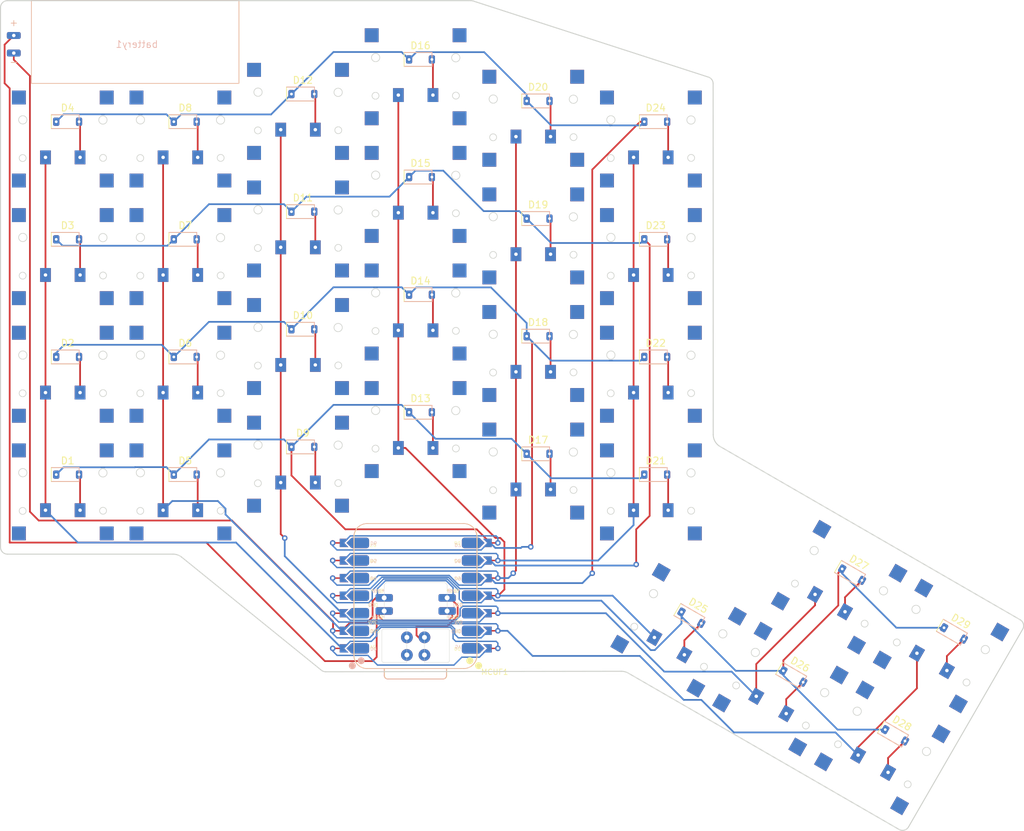
<source format=kicad_pcb>
(kicad_pcb (version 20240108) (generator "pcbnew") (generator_version "8.0")
  (title_block (title "wings") (date "2024-11-05") (rev "0.1") (company "lad1337"))
  (layers (0 "F.Cu" signal) (31 "B.Cu" signal) (34 "B.Paste" user) (35 "F.Paste" user) (36 "B.SilkS" user "B.Silkscreen") (37 "F.SilkS" user "F.Silkscreen") (38 "B.Mask" user) (39 "F.Mask" user) (44 "Edge.Cuts" user))
  (net 0 "")
  (net 1 "P0")
  (net 2 "outer_bottom")
  (net 3 "outer_home")
  (net 4 "outer_top")
  (net 5 "outer_numbers")
  (net 6 "P1")
  (net 7 "pinky_bottom")
  (net 8 "pinky_home")
  (net 9 "pinky_top")
  (net 10 "pinky_numbers")
  (net 11 "P2")
  (net 12 "ring_bottom")
  (net 13 "ring_home")
  (net 14 "ring_top")
  (net 15 "ring_numbers")
  (net 16 "P3")
  (net 17 "middle_bottom")
  (net 18 "middle_home")
  (net 19 "middle_top")
  (net 20 "middle_numbers")
  (net 21 "P4")
  (net 22 "index_bottom")
  (net 23 "index_home")
  (net 24 "index_top")
  (net 25 "index_numbers")
  (net 26 "P5")
  (net 27 "inner_bottom")
  (net 28 "inner_home")
  (net 29 "inner_top")
  (net 30 "inner_numbers")
  (net 31 "near_bottom")
  (net 32 "home_bottom")
  (net 33 "home_top")
  (net 34 "far_bottom")
  (net 35 "far_top")
  (net 36 "P6")
  (net 37 "P7")
  (net 38 "P8")
  (net 39 "P9")
  (net 40 "P10")
  (net 41 "3V3")
  (net 42 "GND")
  (net 43 "5V")
  (net 44 "VIN")
  (net 45 "SWCLK")
  (net 46 "SWDIO")
  (net 47 "RST")
  (footprint "lad1337:D_SOD-123-reversible" (layer "F.Cu") (at 151.7 71.5)
    (property "Reference" "D14")
    (property "Value" "")
  )
  (footprint "vendors:CPG1316S01D02_reversible" (layer "F.Cu") (at 117 83)
    (property "Reference" "S6" (hide yes))
    (property "Value" "" (hide yes))
    (fp_circle (center -5.8 2.75) (end -5.3 2.75) (stroke (width 0.1)) (fill none) (layer "Edge.Cuts"))
    (fp_circle (center -5.781 -2.773) (end -6.381 -2.773) (stroke (width 0.1)) (fill none) (layer "Edge.Cuts"))
    (fp_circle (center 5.8 -2.75) (end 6.4 -2.75) (stroke (width 0.1)) (fill none) (layer "Edge.Cuts"))
    (fp_circle (center 5.819 2.727) (end 5.319 2.727) (stroke (width 0.1)) (fill none) (layer "Edge.Cuts"))
  )
  (footprint "vendors:CPG1316S01D02_reversible" (layer "F.Cu") (at 185 100)
    (property "Reference" "S21" (hide yes))
    (property "Value" "" (hide yes))
    (fp_circle (center -5.8 2.75) (end -5.3 2.75) (stroke (width 0.1)) (fill none) (layer "Edge.Cuts"))
    (fp_circle (center -5.781 -2.773) (end -6.381 -2.773) (stroke (width 0.1)) (fill none) (layer "Edge.Cuts"))
    (fp_circle (center 5.8 -2.75) (end 6.4 -2.75) (stroke (width 0.1)) (fill none) (layer "Edge.Cuts"))
    (fp_circle (center 5.819 2.727) (end 5.319 2.727) (stroke (width 0.1)) (fill none) (layer "Edge.Cuts"))
  )
  (footprint "vendors:CPG1316S01D02_reversible" (layer "F.Cu") (at 151 91)
    (property "Reference" "S13" (hide yes))
    (property "Value" "" (hide yes))
    (fp_circle (center -5.8 2.75) (end -5.3 2.75) (stroke (width 0.1)) (fill none) (layer "Edge.Cuts"))
    (fp_circle (center -5.781 -2.773) (end -6.381 -2.773) (stroke (width 0.1)) (fill none) (layer "Edge.Cuts"))
    (fp_circle (center 5.8 -2.75) (end 6.4 -2.75) (stroke (width 0.1)) (fill none) (layer "Edge.Cuts"))
    (fp_circle (center 5.819 2.727) (end 5.319 2.727) (stroke (width 0.1)) (fill none) (layer "Edge.Cuts"))
  )
  (footprint "lad1337:D_SOD-123-reversible" (layer "F.Cu") (at 168.7 77.5)
    (property "Reference" "D18")
    (property "Value" "")
  )
  (footprint "lad1337:D_SOD-123-reversible" (layer "F.Cu") (at 185.7 80.5)
    (property "Reference" "D22")
    (property "Value" "")
  )
  (footprint "lad1337:D_SOD-123-reversible" (layer "F.Cu") (at 134.7 42.5)
    (property "Reference" "D12")
    (property "Value" "")
  )
  (footprint "vendors:CPG1316S01D02_reversible" (layer "F.Cu") (at 100 83)
    (property "Reference" "S2" (hide yes))
    (property "Value" "" (hide yes))
    (fp_circle (center -5.8 2.75) (end -5.3 2.75) (stroke (width 0.1)) (fill none) (layer "Edge.Cuts"))
    (fp_circle (center -5.781 -2.773) (end -6.381 -2.773) (stroke (width 0.1)) (fill none) (layer "Edge.Cuts"))
    (fp_circle (center 5.8 -2.75) (end 6.4 -2.75) (stroke (width 0.1)) (fill none) (layer "Edge.Cuts"))
    (fp_circle (center 5.819 2.727) (end 5.319 2.727) (stroke (width 0.1)) (fill none) (layer "Edge.Cuts"))
  )
  (footprint "vendors:CPG1316S01D02_reversible" (layer "F.Cu") (at 117 100)
    (property "Reference" "S5" (hide yes))
    (property "Value" "" (hide yes))
    (fp_circle (center -5.8 2.75) (end -5.3 2.75) (stroke (width 0.1)) (fill none) (layer "Edge.Cuts"))
    (fp_circle (center -5.781 -2.773) (end -6.381 -2.773) (stroke (width 0.1)) (fill none) (layer "Edge.Cuts"))
    (fp_circle (center 5.8 -2.75) (end 6.4 -2.75) (stroke (width 0.1)) (fill none) (layer "Edge.Cuts"))
    (fp_circle (center 5.819 2.727) (end 5.319 2.727) (stroke (width 0.1)) (fill none) (layer "Edge.Cuts"))
  )
  (footprint "lad1337:D_SOD-123-reversible" (layer "F.Cu") (at 220.301081 135.184937 -30)
    (property "Reference" "D28")
    (property "Value" "")
  )
  (footprint "lad1337:D_SOD-123-reversible" (layer "F.Cu") (at 134.7 59.5)
    (property "Reference" "D11")
    (property "Value" "")
  )
  (footprint "vendors:CPG1316S01D02_reversible" (layer "F.Cu") (at 100 49)
    (property "Reference" "S4" (hide yes))
    (property "Value" "" (hide yes))
    (fp_circle (center -5.8 2.75) (end -5.3 2.75) (stroke (width 0.1)) (fill none) (layer "Edge.Cuts"))
    (fp_circle (center -5.781 -2.773) (end -6.381 -2.773) (stroke (width 0.1)) (fill none) (layer "Edge.Cuts"))
    (fp_circle (center 5.8 -2.75) (end 6.4 -2.75) (stroke (width 0.1)) (fill none) (layer "Edge.Cuts"))
    (fp_circle (center 5.819 2.727) (end 5.319 2.727) (stroke (width 0.1)) (fill none) (layer "Edge.Cuts"))
  )
  (footprint "vendors:CPG1316S01D02_reversible" (layer "F.Cu") (at 212.222432 113.777568 -30)
    (property "Reference" "S27" (hide yes))
    (property "Value" "" (hide yes))
    (fp_circle (center -5.8 2.75) (end -5.3 2.75) (stroke (width 0.1)) (fill none) (layer "Edge.Cuts"))
    (fp_circle (center -5.781 -2.773) (end -6.381 -2.773) (stroke (width 0.1)) (fill none) (layer "Edge.Cuts"))
    (fp_circle (center 5.819 2.727) (end 5.319 2.727) (stroke (width 0.1)) (fill none) (layer "Edge.Cuts"))
    (fp_circle (center 5.8 -2.75) (end 6.4 -2.75) (stroke (width 0.1)) (fill none) (layer "Edge.Cuts"))
  )
  (footprint "vendors:CPG1316S01D02_reversible" (layer "F.Cu") (at 117 49)
    (property "Reference" "S8" (hide yes))
    (property "Value" "" (hide yes))
    (fp_circle (center -5.8 2.75) (end -5.3 2.75) (stroke (width 0.1)) (fill none) (layer "Edge.Cuts"))
    (fp_circle (center -5.781 -2.773) (end -6.381 -2.773) (stroke (width 0.1)) (fill none) (layer "Edge.Cuts"))
    (fp_circle (center 5.8 -2.75) (end 6.4 -2.75) (stroke (width 0.1)) (fill none) (layer "Edge.Cuts"))
    (fp_circle (center 5.819 2.727) (end 5.319 2.727) (stroke (width 0.1)) (fill none) (layer "Edge.Cuts"))
  )
  (footprint "vendors:CPG1316S01D02_reversible" (layer "F.Cu") (at 100 100)
    (property "Reference" "S1" (hide yes))
    (property "Value" "" (hide yes))
    (fp_circle (center -5.8 2.75) (end -5.3 2.75) (stroke (width 0.1)) (fill none) (layer "Edge.Cuts"))
    (fp_circle (center -5.781 -2.773) (end -6.381 -2.773) (stroke (width 0.1)) (fill none) (layer "Edge.Cuts"))
    (fp_circle (center 5.8 -2.75) (end 6.4 -2.75) (stroke (width 0.1)) (fill none) (layer "Edge.Cuts"))
    (fp_circle (center 5.819 2.727) (end 5.319 2.727) (stroke (width 0.1)) (fill none) (layer "Edge.Cuts"))
  )
  (footprint "lad1337:D_SOD-123-reversible" (layer "F.Cu") (at 168.7 43.5)
    (property "Reference" "D20")
    (property "Value" "")
  )
  (footprint "vendors:CPG1316S01D02_reversible" (layer "F.Cu") (at 203.722432 128.5 -30)
    (property "Reference" "S26" (hide yes))
    (property "Value" "" (hide yes))
    (fp_circle (center -5.8 2.75) (end -5.3 2.75) (stroke (width 0.1)) (fill none) (layer "Edge.Cuts"))
    (fp_circle (center -5.781 -2.773) (end -6.381 -2.773) (stroke (width 0.1)) (fill none) (layer "Edge.Cuts"))
    (fp_circle (center 5.819 2.727) (end 5.319 2.727) (stroke (width 0.1)) (fill none) (layer "Edge.Cuts"))
    (fp_circle (center 5.8 -2.75) (end 6.4 -2.75) (stroke (width 0.1)) (fill none) (layer "Edge.Cuts"))
  )
  (footprint "lad1337:D_SOD-123-reversible" (layer "F.Cu") (at 100.7 63.5)
    (property "Reference" "D3")
    (property "Value" "")
  )
  (footprint "lad1337:D_SOD-123-reversible" (layer "F.Cu") (at 185.7 97.5)
    (property "Reference" "D21")
    (property "Value" "")
  )
  (footprint "vendors:CPG1316S01D02_reversible" (layer "F.Cu") (at 168 97)
    (property "Reference" "S17" (hide yes))
    (property "Value" "" (hide yes))
    (fp_circle (center -5.8 2.75) (end -5.3 2.75) (stroke (width 0.1)) (fill none) (layer "Edge.Cuts"))
    (fp_circle (center -5.781 -2.773) (end -6.381 -2.773) (stroke (width 0.1)) (fill none) (layer "Edge.Cuts"))
    (fp_circle (center 5.8 -2.75) (end 6.4 -2.75) (stroke (width 0.1)) (fill none) (layer "Edge.Cuts"))
    (fp_circle (center 5.819 2.727) (end 5.319 2.727) (stroke (width 0.1)) (fill none) (layer "Edge.Cuts"))
  )
  (footprint "lad1337:D_SOD-123-reversible" (layer "F.Cu") (at 100.7 80.5)
    (property "Reference" "D2")
    (property "Value" "")
  )
  (footprint "lad1337:D_SOD-123-reversible" (layer "F.Cu") (at 134.7 76.5)
    (property "Reference" "D10")
    (property "Value" "")
  )
  (footprint "vendors:CPG1316S01D02_reversible" (layer "F.Cu") (at 185 66)
    (property "Reference" "S23" (hide yes))
    (property "Value" "" (hide yes))
    (fp_circle (center -5.8 2.75) (end -5.3 2.75) (stroke (width 0.1)) (fill none) (layer "Edge.Cuts"))
    (fp_circle (center -5.781 -2.773) (end -6.381 -2.773) (stroke (width 0.1)) (fill none) (layer "Edge.Cuts"))
    (fp_circle (center 5.8 -2.75) (end 6.4 -2.75) (stroke (width 0.1)) (fill none) (layer "Edge.Cuts"))
    (fp_circle (center 5.819 2.727) (end 5.319 2.727) (stroke (width 0.1)) (fill none) (layer "Edge.Cuts"))
  )
  (footprint "vendors:CPG1316S01D02_reversible" (layer "F.Cu") (at 134 62)
    (property "Reference" "S11" (hide yes))
    (property "Value" "" (hide yes))
    (fp_circle (center -5.8 2.75) (end -5.3 2.75) (stroke (width 0.1)) (fill none) (layer "Edge.Cuts"))
    (fp_circle (center -5.781 -2.773) (end -6.381 -2.773) (stroke (width 0.1)) (fill none) (layer "Edge.Cuts"))
    (fp_circle (center 5.8 -2.75) (end 6.4 -2.75) (stroke (width 0.1)) (fill none) (layer "Edge.Cuts"))
    (fp_circle (center 5.819 2.727) (end 5.319 2.727) (stroke (width 0.1)) (fill none) (layer "Edge.Cuts"))
  )
  (footprint "vendors:CPG1316S01D02_reversible" (layer "F.Cu") (at 168 63)
    (property "Reference" "S19" (hide yes))
    (property "Value" "" (hide yes))
    (fp_circle (center -5.8 2.75) (end -5.3 2.75) (stroke (width 0.1)) (fill none) (layer "Edge.Cuts"))
    (fp_circle (center -5.781 -2.773) (end -6.381 -2.773) (stroke (width 0.1)) (fill none) (layer "Edge.Cuts"))
    (fp_circle (center 5.8 -2.75) (end 6.4 -2.75) (stroke (width 0.1)) (fill none) (layer "Edge.Cuts"))
    (fp_circle (center 5.819 2.727) (end 5.319 2.727) (stroke (width 0.1)) (fill none) (layer "Edge.Cuts"))
  )
  (footprint "vendors:CPG1316S01D02_reversible" (layer "F.Cu") (at 168 46)
    (property "Reference" "S20" (hide yes))
    (property "Value" "" (hide yes))
    (fp_circle (center -5.8 2.75) (end -5.3 2.75) (stroke (width 0.1)) (fill none) (layer "Edge.Cuts"))
    (fp_circle (center -5.781 -2.773) (end -6.381 -2.773) (stroke (width 0.1)) (fill none) (layer "Edge.Cuts"))
    (fp_circle (center 5.8 -2.75) (end 6.4 -2.75) (stroke (width 0.1)) (fill none) (layer "Edge.Cuts"))
    (fp_circle (center 5.819 2.727) (end 5.319 2.727) (stroke (width 0.1)) (fill none) (layer "Edge.Cuts"))
  )
  (footprint "lad1337:D_SOD-123-reversible" (layer "F.Cu") (at 134.7 93.5)
    (property "Reference" "D9")
    (property "Value" "")
  )
  (footprint "lad1337:D_SOD-123-reversible" (layer "F.Cu") (at 168.7 60.5)
    (property "Reference" "D19")
    (property "Value" "")
  )
  (footprint "vendors:CPG1316S01D02_reversible" (layer "F.Cu") (at 134 45)
    (property "Reference" "S12" (hide yes))
    (property "Value" "" (hide yes))
    (fp_circle (center -5.8 2.75) (end -5.3 2.75) (stroke (width 0.1)) (fill none) (layer "Edge.Cuts"))
    (fp_circle (center -5.781 -2.773) (end -6.381 -2.773) (stroke (width 0.1)) (fill none) (layer "Edge.Cuts"))
    (fp_circle (center 5.8 -2.75) (end 6.4 -2.75) (stroke (width 0.1)) (fill none) (layer "Edge.Cuts"))
    (fp_circle (center 5.819 2.727) (end 5.319 2.727) (stroke (width 0.1)) (fill none) (layer "Edge.Cuts"))
  )
  (footprint "lad1337:D_SOD-123-reversible" (layer "F.Cu") (at 168.7 94.5)
    (property "Reference" "D17")
    (property "Value" "")
  )
  (footprint "lad1337:XIAO-nRF52840-SMD-reversible" (layer "F.Cu") (at 151 115 180)
    (property "Reference" "MCUF1")
    (property "Value" "")
    (fp_line (start 4.876 -9.398) (end 4.876 -5.08) (stroke (width 0.05)) (layer "Edge.Cuts"))
    (fp_line (start 4.55 -3.302) (end 4.55 1.6) (stroke (width 0.05)) (layer "Edge.Cuts"))
    (fp_line (start 4.55 -3.302) (end -4.55 -3.302) (stroke (width 0.05)) (layer "Edge.Cuts"))
    (fp_line (start 4.241 1.905) (end 4.55 1.6) (stroke (width 0.05)) (layer "Edge.Cuts"))
    (fp_line (start 1.2692 -4.826) (end 4.622 -4.826) (stroke (width 0.05)) (layer "Edge.Cuts"))
    (fp_line (start 1.2692 -9.652) (end 4.622 -9.652) (stroke (width 0.05)) (layer "Edge.Cuts"))
    (fp_line (start 1.2692 -9.652) (end 1.2692 -4.826) (stroke (width 0.05)) (layer "Edge.Cuts"))
    (fp_line (start -1.2708 -4.826) (end -4.6236 -4.826) (stroke (width 0.05)) (layer "Edge.Cuts"))
    (fp_line (start -1.2708 -9.652) (end -1.2708 -4.826) (stroke (width 0.05)) (layer "Edge.Cuts"))
    (fp_line (start -1.2708 -9.652) (end -4.6236 -9.652) (stroke (width 0.05)) (layer "Edge.Cuts"))
    (fp_line (start -4.241 1.905) (end 4.241 1.905) (stroke (width 0.05)) (layer "Edge.Cuts"))
    (fp_line (start -4.241 1.905) (end -4.55 1.6) (stroke (width 0.05)) (layer "Edge.Cuts"))
    (fp_line (start -4.55 -3.302) (end -4.55 1.6) (stroke (width 0.05)) (layer "Edge.Cuts"))
    (fp_line (start -4.8776 -9.398) (end -4.8776 -5.08) (stroke (width 0.05)) (layer "Edge.Cuts"))
    (fp_arc (start 4.876 -5.08) (mid 4.801605 -4.900395) (end 4.622 -4.826) (stroke (width 0.05)) (layer "Edge.Cuts"))
    (fp_arc (start 4.622 -9.652) (mid 4.801605 -9.577605) (end 4.876 -9.398) (stroke (width 0.05)) (layer "Edge.Cuts"))
    (fp_arc (start -4.6236 -4.826) (mid -4.803205 -4.900395) (end -4.8776 -5.08) (stroke (width 0.05)) (layer "Edge.Cuts"))
    (fp_arc (start -4.8776 -9.398) (mid -4.803205 -9.577605) (end -4.6236 -9.652) (stroke (width 0.05)) (layer "Edge.Cuts"))
  )
  (footprint "vendors:CPG1316S01D02_reversible" (layer "F.Cu") (at 185 83)
    (property "Reference" "S22" (hide yes))
    (property "Value" "" (hide yes))
    (fp_circle (center -5.8 2.75) (end -5.3 2.75) (stroke (width 0.1)) (fill none) (layer "Edge.Cuts"))
    (fp_circle (center -5.781 -2.773) (end -6.381 -2.773) (stroke (width 0.1)) (fill none) (layer "Edge.Cuts"))
    (fp_circle (center 5.8 -2.75) (end 6.4 -2.75) (stroke (width 0.1)) (fill none) (layer "Edge.Cuts"))
    (fp_circle (center 5.819 2.727) (end 5.319 2.727) (stroke (width 0.1)) (fill none) (layer "Edge.Cuts"))
  )
  (footprint "vendors:CPG1316S01D02_reversible" (layer "F.Cu") (at 151 74)
    (property "Reference" "S14" (hide yes))
    (property "Value" "" (hide yes))
    (fp_circle (center -5.8 2.75) (end -5.3 2.75) (stroke (width 0.1)) (fill none) (layer "Edge.Cuts"))
    (fp_circle (center -5.781 -2.773) (end -6.381 -2.773) (stroke (width 0.1)) (fill none) (layer "Edge.Cuts"))
    (fp_circle (center 5.8 -2.75) (end 6.4 -2.75) (stroke (width 0.1)) (fill none) (layer "Edge.Cuts"))
    (fp_circle (center 5.819 2.727) (end 5.319 2.727) (stroke (width 0.1)) (fill none) (layer "Edge.Cuts"))
  )
  (footprint "vendors:CPG1316S01D02_reversible" (layer "F.Cu") (at 100 66)
    (property "Reference" "S3" (hide yes))
    (property "Value" "" (hide yes))
    (fp_circle (center -5.8 2.75) (end -5.3 2.75) (stroke (width 0.1)) (fill none) (layer "Edge.Cuts"))
    (fp_circle (center -5.781 -2.773) (end -6.381 -2.773) (stroke (width 0.1)) (fill none) (layer "Edge.Cuts"))
    (fp_circle (center 5.8 -2.75) (end 6.4 -2.75) (stroke (width 0.1)) (fill none) (layer "Edge.Cuts"))
    (fp_circle (center 5.819 2.727) (end 5.319 2.727) (stroke (width 0.1)) (fill none) (layer "Edge.Cuts"))
  )
  (footprint "lad1337:D_SOD-123-reversible" (layer "F.Cu") (at 228.801081 120.462505 -30)
    (property "Reference" "D29")
    (property "Value" "")
  )
  (footprint "vendors:CPG1316S01D02_reversible" (layer "F.Cu") (at 151 40)
    (property "Reference" "S16" (hide yes))
    (property "Value" "" (hide yes))
    (fp_circle (center -5.8 2.75) (end -5.3 2.75) (stroke (width 0.1)) (fill none) (layer "Edge.Cuts"))
    (fp_circle (center -5.781 -2.773) (end -6.381 -2.773) (stroke (width 0.1)) (fill none) (layer "Edge.Cuts"))
    (fp_circle (center 5.8 -2.75) (end 6.4 -2.75) (stroke (width 0.1)) (fill none) (layer "Edge.Cuts"))
    (fp_circle (center 5.819 2.727) (end 5.319 2.727) (stroke (width 0.1)) (fill none) (layer "Edge.Cuts"))
  )
  (footprint "lad1337:D_SOD-123-reversible" (layer "F.Cu") (at 117.7 80.5)
    (property "Reference" "D6")
    (property "Value" "")
  )
  (footprint "vendors:CPG1316S01D02_reversible" (layer "F.Cu") (at 189 120 -30)
    (property "Reference" "S25" (hide yes))
    (property "Value" "" (hide yes))
    (fp_circle (center -5.8 2.75) (end -5.3 2.75) (stroke (width 0.1)) (fill none) (layer "Edge.Cuts"))
    (fp_circle (center -5.781 -2.773) (end -6.381 -2.773) (stroke (width 0.1)) (fill none) (layer "Edge.Cuts"))
    (fp_circle (center 5.819 2.727) (end 5.319 2.727) (stroke (width 0.1)) (fill none) (layer "Edge.Cuts"))
    (fp_circle (center 5.8 -2.75) (end 6.4 -2.75) (stroke (width 0.1)) (fill none) (layer "Edge.Cuts"))
  )
  (footprint "lad1337:D_SOD-123-reversible" (layer "F.Cu") (at 214.07865 111.962505 -30)
    (property "Reference" "D27")
    (property "Value" "")
  )
  (footprint "vendors:CPG1316S01D02_reversible" (layer "F.Cu") (at 117 66)
    (property "Reference" "S7" (hide yes))
    (property "Value" "" (hide yes))
    (fp_circle (center -5.8 2.75) (end -5.3 2.75) (stroke (width 0.1)) (fill none) (layer "Edge.Cuts"))
    (fp_circle (center -5.781 -2.773) (end -6.381 -2.773) (stroke (width 0.1)) (fill none) (layer "Edge.Cuts"))
    (fp_circle (center 5.8 -2.75) (end 6.4 -2.75) (stroke (width 0.1)) (fill none) (layer "Edge.Cuts"))
    (fp_circle (center 5.819 2.727) (end 5.319 2.727) (stroke (width 0.1)) (fill none) (layer "Edge.Cuts"))
  )
  (footprint "vendors:CPG1316S01D02_reversible" (layer "F.Cu") (at 134 79)
    (property "Reference" "S10" (hide yes))
    (property "Value" "" (hide yes))
    (fp_circle (center -5.8 2.75) (end -5.3 2.75) (stroke (width 0.1)) (fill none) (layer "Edge.Cuts"))
    (fp_circle (center -5.781 -2.773) (end -6.381 -2.773) (stroke (width 0.1)) (fill none) (layer "Edge.Cuts"))
    (fp_circle (center 5.8 -2.75) (end 6.4 -2.75) (stroke (width 0.1)) (fill none) (layer "Edge.Cuts"))
    (fp_circle (center 5.819 2.727) (end 5.319 2.727) (stroke (width 0.1)) (fill none) (layer "Edge.Cuts"))
  )
  (footprint "lad1337:D_SOD-123-reversible" (layer "F.Cu") (at 151.7 88.5)
    (property "Reference" "D13")
    (property "Value" "")
  )
  (footprint "lad1337:D_SOD-123-reversible" (layer "F.Cu") (at 151.7 37.5)
    (property "Reference" "D16")
    (property "Value" "")
  )
  (footprint "lad1337:D_SOD-123-reversible" (layer "F.Cu") (at 151.7 54.5)
    (property "Reference" "D15")
    (property "Value" "")
  )
  (footprint "lad1337:D_SOD-123-reversible" (layer "F.Cu") (at 117.7 63.5)
    (property "Reference" "D7")
    (property "Value" "")
  )
  (footprint "lad1337:D_SOD-123-reversible" (layer "F.Cu") (at 185.7 46.5)
    (property "Reference" "D24")
    (property "Value" "")
  )
  (footprint "vendors:CPG1316S01D02_reversible" (layer "F.Cu") (at 134 96)
    (property "Reference" "S9" (hide yes))
    (property "Value" "" (hide yes))
    (fp_circle (center -5.8 2.75) (end -5.3 2.75) (stroke (width 0.1)) (fill none) (layer "Edge.Cuts"))
    (fp_circle (center -5.781 -2.773) (end -6.381 -2.773) (stroke (width 0.1)) (fill none) (layer "Edge.Cuts"))
    (fp_circle (center 5.8 -2.75) (end 6.4 -2.75) (stroke (width 0.1)) (fill none) (layer "Edge.Cuts"))
    (fp_circle (center 5.819 2.727) (end 5.319 2.727) (stroke (width 0.1)) (fill none) (layer "Edge.Cuts"))
  )
  (footprint "lad1337:D_SOD-123-reversible" (layer "F.Cu") (at 100.7 46.5)
    (property "Reference" "D4")
    (property "Value" "")
  )
  (footprint "vendors:CPG1316S01D02_reversible" (layer "F.Cu") (at 151 57)
    (property "Reference" "S15" (hide yes))
    (property "Value" "" (hide yes))
    (fp_circle (center -5.8 2.75) (end -5.3 2.75) (stroke (width 0.1)) (fill none) (layer "Edge.Cuts"))
    (fp_circle (center -5.781 -2.773) (end -6.381 -2.773) (stroke (width 0.1)) (fill none) (layer "Edge.Cuts"))
    (fp_circle (center 5.8 -2.75) (end 6.4 -2.75) (stroke (width 0.1)) (fill none) (layer "Edge.Cuts"))
    (fp_circle (center 5.819 2.727) (end 5.319 2.727) (stroke (width 0.1)) (fill none) (layer "Edge.Cuts"))
  )
  (footprint "lad1337:D_SOD-123-reversible" (layer "F.Cu") (at 117.7 97.5)
    (property "Reference" "D5")
    (property "Value" "")
  )
  (footprint "lad1337:D_SOD-123-reversible" (layer "F.Cu") (at 205.57865 126.684937 -30)
    (property "Reference" "D26")
    (property "Value" "")
  )
  (footprint "lad1337:D_SOD-123-reversible" (layer "F.Cu") (at 117.7 46.5)
    (property "Reference" "D8")
    (property "Value" "")
  )
  (footprint "vendors:CPG1316S01D02_reversible" (layer "F.Cu") (at 185 49)
    (property "Reference" "S24" (hide yes))
    (property "Value" "" (hide yes))
    (fp_circle (center -5.8 2.75) (end -5.3 2.75) (stroke (width 0.1)) (fill none) (layer "Edge.Cuts"))
    (fp_circle (center -5.781 -2.773) (end -6.381 -2.773) (stroke (width 0.1)) (fill none) (layer "Edge.Cuts"))
    (fp_circle (center 5.8 -2.75) (end 6.4 -2.75) (stroke (width 0.1)) (fill none) (layer "Edge.Cuts"))
    (fp_circle (center 5.819 2.727) (end 5.319 2.727) (stroke (width 0.1)) (fill none) (layer "Edge.Cuts"))
  )
  (footprint "vendors:CPG1316S01D02_reversible" (layer "F.Cu") (at 168 80)
    (property "Reference" "S18" (hide yes))
    (property "Value" "" (hide yes))
    (fp_circle (center -5.8 2.75) (end -5.3 2.75) (stroke (width 0.1)) (fill none) (layer "Edge.Cuts"))
    (fp_circle (center -5.781 -2.773) (end -6.381 -2.773) (stroke (width 0.1)) (fill none) (layer "Edge.Cuts"))
    (fp_circle (center 5.8 -2.75) (end 6.4 -2.75) (stroke (width 0.1)) (fill none) (layer "Edge.Cuts"))
    (fp_circle (center 5.819 2.727) (end 5.319 2.727) (stroke (width 0.1)) (fill none) (layer "Edge.Cuts"))
  )
  (footprint "lad1337:D_SOD-123-reversible" (layer "F.Cu") (at 190.856218 118.184937 -30)
    (property "Reference" "D25")
    (property "Value" "")
  )
  (footprint "lad1337:lipo-reversible" (layer "F.Cu") (at 95.457 39.116)
    (property "Reference" "battery1")
    (property "Value" "")
  )
  (footprint "lad1337:D_SOD-123-reversible" (layer "F.Cu") (at 100.7 97.5)
    (property "Reference" "D1")
    (property "Value" "")
  )
  (footprint "lad1337:D_SOD-123-reversible" (layer "F.Cu") (at 185.7 63.5)
    (property "Reference" "D23")
    (property "Value" "")
  )
  (footprint "vendors:CPG1316S01D02_reversible" (layer "F.Cu") (at 226.944864 122.277568 -30)
    (property "Reference" "S29" (hide yes))
    (property "Value" "" (hide yes))
    (fp_circle (center -5.8 2.75) (end -5.3 2.75) (stroke (width 0.1)) (fill none) (layer "Edge.Cuts"))
    (fp_circle (center -5.781 -2.773) (end -6.381 -2.773) (stroke (width 0.1)) (fill none) (layer "Edge.Cuts"))
    (fp_circle (center 5.819 2.727) (end 5.319 2.727) (stroke (width 0.1)) (fill none) (layer "Edge.Cuts"))
    (fp_circle (center 5.8 -2.75) (end 6.4 -2.75) (stroke (width 0.1)) (fill none) (layer "Edge.Cuts"))
  )
  (footprint "vendors:CPG1316S01D02_reversible" (layer "F.Cu") (at 218.444864 137 -30)
    (property "Reference" "S28" (hide yes))
    (property "Value" "" (hide yes))
    (fp_circle (center -5.8 2.75) (end -5.3 2.75) (stroke (width 0.1)) (fill none) (layer "Edge.Cuts"))
    (fp_circle (center -5.781 -2.773) (end -6.381 -2.773) (stroke (width 0.1)) (fill none) (layer "Edge.Cuts"))
    (fp_circle (center 5.819 2.727) (end 5.319 2.727) (stroke (width 0.1)) (fill none) (layer "Edge.Cuts"))
    (fp_circle (center 5.8 -2.75) (end 6.4 -2.75) (stroke (width 0.1)) (fill none) (layer "Edge.Cuts"))
  )
  (gr_arc (start 222.239092 148.428203) (mid 221.63189 148.894105) (end 220.873067 148.794229) (stroke (width 0.15)) (layer "Edge.Cuts"))
  (gr_arc (start 159 29) (mid 159.155813 29.012213) (end 159.30782 29.048556) (stroke (width 0.15)) (layer "Edge.Cuts"))
  (gr_line (start 91 108) (end 91 30) (stroke (width 0.15)) (layer "Edge.Cuts"))
  (gr_line (start 137.370802 125.777245) (end 117.196306 109.44551) (stroke (width 0.15)) (layer "Edge.Cuts"))
  (gr_line (start 194 40.999753) (end 194.012523 91.717561) (stroke (width 0.15)) (layer "Edge.Cuts"))
  (gr_arc (start 180.731049 125.929532) (mid 181.250387 125.997264) (end 181.734347 126.197478) (stroke (width 0.15)) (layer "Edge.Cuts"))
  (gr_arc (start 92 109) (mid 91.292893 108.707107) (end 91 108) (stroke (width 0.15)) (layer "Edge.Cuts"))
  (gr_line (start 238.739092 119.849365) (end 222.239092 148.428203) (stroke (width 0.15)) (layer "Edge.Cuts"))
  (gr_arc (start 193.30782 40.048556) (mid 193.808574 40.411606) (end 194 40.999753) (stroke (width 0.15)) (layer "Edge.Cuts"))
  (gr_arc (start 238.373067 118.48334) (mid 238.839031 119.090549) (end 238.739092 119.849365) (stroke (width 0.15)) (layer "Edge.Cuts"))
  (gr_line (start 180.731049 125.929532) (end 138.001649 125.999999) (stroke (width 0.15)) (layer "Edge.Cuts"))
  (gr_line (start 220.873067 148.794229) (end 181.734347 126.197478) (stroke (width 0.15)) (layer "Edge.Cuts"))
  (gr_arc (start 115.93791 109) (mid 116.605374 109.114667) (end 117.196306 109.44551) (stroke (width 0.15)) (layer "Edge.Cuts"))
  (gr_arc (start 195.012523 93.449118) (mid 194.2806 92.717281) (end 194.012523 91.717561) (stroke (width 0.15)) (layer "Edge.Cuts"))
  (gr_line (start 115.93791 109) (end 92 109) (stroke (width 0.15)) (layer "Edge.Cuts"))
  (gr_line (start 159.30782 29.048556) (end 193.30782 40.048556) (stroke (width 0.15)) (layer "Edge.Cuts"))
  (gr_arc (start 138.001649 125.999999) (mid 137.667045 125.942943) (end 137.370802 125.777245) (stroke (width 0.15)) (layer "Edge.Cuts"))
  (gr_line (start 195.012523 93.449118) (end 238.373067 118.48334) (stroke (width 0.15)) (layer "Edge.Cuts"))
  (gr_arc (start 91 30) (mid 91.292893 29.292893) (end 92 29) (stroke (width 0.15)) (layer "Edge.Cuts"))
  (gr_line (start 92 29) (end 159 29) (stroke (width 0.15)) (layer "Edge.Cuts"))
  (segment (start 97.5 102.65) (end 97.5 85.65) (width 0.25) (layer "F.Cu") (net 1))
  (segment (start 97.5 51.65) (end 97.5 68.65) (width 0.25) (layer "F.Cu") (net 1))
  (segment (start 97.5 85.65) (end 97.5 68.65) (width 0.25) (layer "F.Cu") (net 1))
  (segment (start 125.037 107.325) (end 140.332 122.62) (width 0.25) (layer "B.Cu") (net 1))
  (segment (start 97.5 102.65) (end 102.175 107.325) (width 0.25) (layer "B.Cu") (net 1))
  (segment (start 102.175 107.325) (end 125.037 107.325) (width 0.25) (layer "B.Cu") (net 1))
  (segment (start 102.5 97.65) (end 102.35 97.5) (width 0.25) (layer "F.Cu") (net 2))
  (segment (start 102.5 102.65) (end 102.5 97.65) (width 0.25) (layer "F.Cu") (net 2))
  (segment (start 102.5 85.65) (end 102.5 80.65) (width 0.25) (layer "F.Cu") (net 3))
  (segment (start 102.5 80.65) (end 102.35 80.5) (width 0.25) (layer "F.Cu") (net 3))
  (segment (start 102.5 63.65) (end 102.35 63.5) (width 0.25) (layer "F.Cu") (net 4))
  (segment (start 102.5 68.65) (end 102.5 63.65) (width 0.25) (layer "F.Cu") (net 4))
  (segment (start 102.5 51.65) (end 102.5 46.65) (width 0.25) (layer "F.Cu") (net 5))
  (segment (start 102.5 46.65) (end 102.35 46.5) (width 0.25) (layer "F.Cu") (net 5))
  (segment (start 114.5 68.65) (end 114.5 51.65) (width 0.25) (layer "F.Cu") (net 6))
  (segment (start 114.5 85.65) (end 114.5 68.65) (width 0.25) (layer "F.Cu") (net 6))
  (segment (start 214.9548 136.890267) (end 223.4548 128.390267) (width 0.25) (layer "F.Cu") (net 6))
  (segment (start 114.5 102.65) (end 114.5 85.65) (width 0.25) (layer "F.Cu") (net 6))
  (segment (start 214.9548 138.044967) (end 214.9548 136.890267) (width 0.25) (layer "F.Cu") (net 6))
  (segment (start 223.4548 128.390267) (end 223.4548 123.322535) (width 0.25) (layer "F.Cu") (net 6))
  (segment (start 189.752177 130.062177) (end 183.402177 123.712177) (width 0.25) (layer "B.Cu") (net 6))
  (segment (start 183.402177 123.712177) (end 167.908177 123.712177) (width 0.25) (layer "B.Cu") (net 6))
  (segment (start 114.5 102.65) (end 115.825 101.325) (width 0.25) (layer "B.Cu") (net 6))
  (segment (start 122.418081 101.325) (end 123.521456 102.428375) (width 0.25) (layer "B.Cu") (net 6))
  (segment (start 115.825 101.325) (end 122.418081 101.325) (width 0.25) (layer "B.Cu") (net 6))
  (segment (start 211.680962 134.771129) (end 197.001129 134.771129) (width 0.25) (layer "B.Cu") (net 6))
  (segment (start 123.521456 103.269456) (end 140.332 120.08) (width 0.25) (layer "B.Cu") (net 6))
  (segment (start 164.276 120.08) (end 162.938 120.08) (width 0.25) (layer "B.Cu") (net 6))
  (segment (start 214.9548 138.044967) (end 211.680962 134.771129) (width 0.25) (layer "B.Cu") (net 6))
  (segment (start 123.521456 102.428375) (end 123.521456 103.269456) (width 0.25) (layer "B.Cu") (net 6))
  (segment (start 197.001129 134.771129) (end 192.292177 130.062177) (width 0.25) (layer "B.Cu") (net 6))
  (segment (start 167.908177 123.712177) (end 164.276 120.08) (width 0.25) (layer "B.Cu") (net 6))
  (segment (start 192.292177 130.062177) (end 189.752177 130.062177) (width 0.25) (layer "B.Cu") (net 6))
  (segment (start 119.5 97.65) (end 119.35 97.5) (width 0.25) (layer "F.Cu") (net 7))
  (segment (start 119.5 102.65) (end 119.5 97.65) (width 0.25) (layer "F.Cu") (net 7))
  (segment (start 119.5 80.65) (end 119.35 80.5) (width 0.25) (layer "F.Cu") (net 8))
  (segment (start 119.5 85.65) (end 119.5 80.65) (width 0.25) (layer "F.Cu") (net 8))
  (segment (start 119.5 68.65) (end 119.5 63.65) (width 0.25) (layer "F.Cu") (net 9))
  (segment (start 119.5 63.65) (end 119.35 63.5) (width 0.25) (layer "F.Cu") (net 9))
  (segment (start 119.5 46.65) (end 119.35 46.5) (width 0.25) (layer "F.Cu") (net 10))
  (segment (start 119.5 51.65) (end 119.5 46.65) (width 0.25) (layer "F.Cu") (net 10))
  (segment (start 200.232368 124.887632) (end 208.732368 116.387632) (width 0.25) (layer "F.Cu") (net 11))
  (segment (start 200.232368 129.544967) (end 200.232368 124.887632) (width 0.25) (layer "F.Cu") (net 11))
  (segment (start 131.5 106.1) (end 132.08 106.68) (width 0.25) (layer "F.Cu") (net 11))
  (segment (start 131.5 81.65) (end 131.5 64.65) (width 0.25) (layer "F.Cu") (net 11))
  (segment (start 131.5 98.65) (end 131.5 81.65) (width 0.25) (layer "F.Cu") (net 11))
  (segment (start 208.732368 116.387632) (end 208.732368 114.822535) (width 0.25) (layer "F.Cu") (net 11))
  (segment (start 131.5 64.65) (end 131.5 47.65) (width 0.25) (layer "F.Cu") (net 11))
  (segment (start 131.5 98.65) (end 131.5 106.1) (width 0.25) (layer "F.Cu") (net 11))
  (via (at 132.08 106.68) (size 0.8) (drill 0.4) (layers "F.Cu" "B.Cu") (net 11))
  (segment (start 186.940026 125.980026) (end 178.5 117.54) (width 0.25) (layer "B.Cu") (net 11))
  (segment (start 132.08 109.288) (end 140.332 117.54) (width 0.25) (layer "B.Cu") (net 11))
  (segment (start 200.232368 129.544967) (end 196.667427 125.980026) (width 0.25) (layer "B.Cu") (net 11))
  (segment (start 132.08 106.68) (end 132.08 109.288) (width 0.25) (layer "B.Cu") (net 11))
  (segment (start 178.5 117.54) (end 162.938 117.54) (width 0.25) (layer "B.Cu") (net 11))
  (segment (start 196.667427 125.980026) (end 186.940026 125.980026) (width 0.25) (layer "B.Cu") (net 11))
  (segment (start 136.5 98.65) (end 136.5 93.65) (width 0.25) (layer "F.Cu") (net 12))
  (segment (start 136.5 93.65) (end 136.35 93.5) (width 0.25) (layer "F.Cu") (net 12))
  (segment (start 136.5 76.65) (end 136.35 76.5) (width 0.25) (layer "F.Cu") (net 13))
  (segment (start 136.5 81.65) (end 136.5 76.65) (width 0.25) (layer "F.Cu") (net 13))
  (segment (start 136.5 59.65) (end 136.35 59.5) (width 0.25) (layer "F.Cu") (net 14))
  (segment (start 136.5 64.65) (end 136.5 59.65) (width 0.25) (layer "F.Cu") (net 14))
  (segment (start 136.5 42.65) (end 136.35 42.5) (width 0.25) (layer "F.Cu") (net 15))
  (segment (start 136.5 47.65) (end 136.5 42.65) (width 0.25) (layer "F.Cu") (net 15))
  (segment (start 163.83 114.108) (end 162.938 115) (width 0.25) (layer "F.Cu") (net 16))
  (segment (start 149.53 93.65) (end 162.535 106.655) (width 0.25) (layer "F.Cu") (net 16))
  (segment (start 148.5 76.65) (end 148.5 59.65) (width 0.25) (layer "F.Cu") (net 16))
  (segment (start 148.5 59.65) (end 148.5 42.65) (width 0.25) (layer "F.Cu") (net 16))
  (segment (start 148.5 93.65) (end 148.5 76.65) (width 0.25) (layer "F.Cu") (net 16))
  (segment (start 163.238305 106.655) (end 163.83 107.246695) (width 0.25) (layer "F.Cu") (net 16))
  (segment (start 148.5 93.65) (end 149.53 93.65) (width 0.25) (layer "F.Cu") (net 16))
  (segment (start 163.83 107.246695) (end 163.83 114.108) (width 0.25) (layer "F.Cu") (net 16))
  (segment (start 162.535 106.655) (end 163.238305 106.655) (width 0.25) (layer "F.Cu") (net 16))
  (segment (start 185.509936 121.044967) (end 179.464969 115) (width 0.25) (layer "B.Cu") (net 16))
  (segment (start 179.464969 115) (end 162.938 115) (width 0.25) (layer "B.Cu") (net 16))
  (segment (start 153.5 93.65) (end 153.5 88.65) (width 0.25) (layer "F.Cu") (net 17))
  (segment (start 153.5 88.65) (end 153.35 88.5) (width 0.25) (layer "F.Cu") (net 17))
  (segment (start 153.5 76.65) (end 153.5 71.65) (width 0.25) (layer "F.Cu") (net 18))
  (segment (start 153.5 71.65) (end 153.35 71.5) (width 0.25) (layer "F.Cu") (net 18))
  (segment (start 153.5 54.65) (end 153.35 54.5) (width 0.25) (layer "F.Cu") (net 19))
  (segment (start 153.5 59.65) (end 153.5 54.65) (width 0.25) (layer "F.Cu") (net 19))
  (segment (start 153.5 42.65) (end 153.5 37.65) (width 0.25) (layer "F.Cu") (net 20))
  (segment (start 153.5 37.65) (end 153.35 37.5) (width 0.25) (layer "F.Cu") (net 20))
  (segment (start 165.5 111.36) (end 165.5 99.65) (width 0.25) (layer "F.Cu") (net 21))
  (segment (start 165.1 111.76) (end 165.5 111.36) (width 0.25) (layer "F.Cu") (net 21))
  (segment (start 165.5 82.65) (end 165.5 65.65) (width 0.25) (layer "F.Cu") (net 21))
  (segment (start 165.5 65.65) (end 165.5 48.65) (width 0.25) (layer "F.Cu") (net 21))
  (segment (start 165.5 99.65) (end 165.5 82.65) (width 0.25) (layer "F.Cu") (net 21))
  (via (at 165.1 111.76) (size 0.8) (drill 0.4) (layers "F.Cu" "B.Cu") (net 21))
  (segment (start 164.4 112.46) (end 165.1 111.76) (width 0.25) (layer "B.Cu") (net 21))
  (segment (start 162.938 112.46) (end 164.4 112.46) (width 0.25) (layer "B.Cu") (net 21))
  (segment (start 170.5 99.65) (end 170.5 94.65) (width 0.25) (layer "F.Cu") (net 22))
  (segment (start 170.5 94.65) (end 170.35 94.5) (width 0.25) (layer "F.Cu") (net 22))
  (segment (start 170.5 82.65) (end 170.5 77.65) (width 0.25) (layer "F.Cu") (net 23))
  (segment (start 170.5 77.65) (end 170.35 77.5) (width 0.25) (layer "F.Cu") (net 23))
  (segment (start 170.5 60.65) (end 170.35 60.5) (width 0.25) (layer "F.Cu") (net 24))
  (segment (start 170.5 65.65) (end 170.5 60.65) (width 0.25) (layer "F.Cu") (net 24))
  (segment (start 170.5 48.65) (end 170.5 43.65) (width 0.25) (layer "F.Cu") (net 25))
  (segment (start 170.5 43.65) (end 170.35 43.5) (width 0.25) (layer "F.Cu") (net 25))
  (segment (start 182.5 102.65) (end 182.5 85.65) (width 0.25) (layer "F.Cu") (net 26))
  (segment (start 182.5 68.65) (end 182.5 51.65) (width 0.25) (layer "F.Cu") (net 26))
  (segment (start 182.5 85.65) (end 182.5 68.65) (width 0.25) (layer "F.Cu") (net 26))
  (segment (start 182.5 102.65) (end 182.5 104.8) (width 0.25) (layer "B.Cu") (net 26))
  (segment (start 177.38 109.92) (end 162.938 109.92) (width 0.25) (layer "B.Cu") (net 26))
  (segment (start 182.5 104.8) (end 177.38 109.92) (width 0.25) (layer "B.Cu") (net 26))
  (segment (start 187.5 102.65) (end 187.5 97.65) (width 0.25) (layer "F.Cu") (net 27))
  (segment (start 187.5 97.65) (end 187.35 97.5) (width 0.25) (layer "F.Cu") (net 27))
  (segment (start 187.5 80.65) (end 187.35 80.5) (width 0.25) (layer "F.Cu") (net 28))
  (segment (start 187.5 85.65) (end 187.5 80.65) (width 0.25) (layer "F.Cu") (net 28))
  (segment (start 187.5 63.65) (end 187.35 63.5) (width 0.25) (layer "F.Cu") (net 29))
  (segment (start 187.5 68.65) (end 187.5 63.65) (width 0.25) (layer "F.Cu") (net 29))
  (segment (start 187.5 51.65) (end 187.5 46.65) (width 0.25) (layer "F.Cu") (net 30))
  (segment (start 187.5 46.65) (end 187.35 46.5) (width 0.25) (layer "F.Cu") (net 30))
  (segment (start 189.840064 123.544967) (end 189.840064 121.455033) (width 0.25) (layer "F.Cu") (net 31))
  (segment (start 189.840064 121.455033) (end 192.28516 119.009937) (width 0.25) (layer "F.Cu") (net 31))
  (segment (start 204.562496 129.955033) (end 207.007592 127.509937) (width 0.25) (layer "F.Cu") (net 32))
  (segment (start 204.562496 132.044967) (end 204.562496 129.955033) (width 0.25) (layer "F.Cu") (net 32))
  (segment (start 213.062496 115.232601) (end 215.507592 112.787505) (width 0.25) (layer "F.Cu") (net 33))
  (segment (start 213.062496 117.322535) (end 213.062496 115.232601) (width 0.25) (layer "F.Cu") (net 33))
  (segment (start 219.284928 140.544967) (end 219.284928 138.455032) (width 0.25) (layer "F.Cu") (net 34))
  (segment (start 219.284928 138.455032) (end 221.730023 136.009937) (width 0.25) (layer "F.Cu") (net 34))
  (segment (start 227.784928 125.822535) (end 227.784928 123.7326) (width 0.25) (layer "F.Cu") (net 35))
  (segment (start 227.784928 123.7326) (end 230.230023 121.287505) (width 0.25) (layer "F.Cu") (net 35))
  (segment (start 133.05 97.625) (end 140.835 105.41) (width 0.25) (layer "F.Cu") (net 36))
  (segment (start 133.05 93.5) (end 133.05 97.625) (width 0.25) (layer "F.Cu") (net 36))
  (segment (start 140.835 105.41) (end 159.825 105.41) (width 0.25) (layer "F.Cu") (net 36))
  (segment (start 159.825 105.41) (end 161.795 107.38) (width 0.25) (layer "F.Cu") (net 36))
  (segment (start 114.974567 96.424567) (end 116.05 97.5) (width 0.25) (layer "B.Cu") (net 36))
  (segment (start 131.974567 92.424567) (end 133.05 93.5) (width 0.25) (layer "B.Cu") (net 36))
  (segment (start 116.05 97.5) (end 121.125433 92.424567) (width 0.25) (layer "B.Cu") (net 36))
  (segment (start 167.05 94.5) (end 170.579433 98.029433) (width 0.25) (layer "B.Cu") (net 36))
  (segment (start 100.102433 96.447567) (end 110.417567 96.447567) (width 0.25) (layer "B.Cu") (net 36))
  (segment (start 148.974567 87.424567) (end 150.05 88.5) (width 0.25) (layer "B.Cu") (net 36))
  (segment (start 121.125433 92.424567) (end 131.974567 92.424567) (width 0.25) (layer "B.Cu") (net 36))
  (segment (start 99.05 97.5) (end 100.102433 96.447567) (width 0.25) (layer "B.Cu") (net 36))
  (segment (start 153.875 92.325) (end 164.875 92.325) (width 0.25) (layer "B.Cu") (net 36))
  (segment (start 139.125433 87.424567) (end 148.974567 87.424567) (width 0.25) (layer "B.Cu") (net 36))
  (segment (start 150.05 88.5) (end 153.875 92.325) (width 0.25) (layer "B.Cu") (net 36))
  (segment (start 110.417567 96.447567) (end 110.440567 96.424567) (width 0.25) (layer "B.Cu") (net 36))
  (segment (start 110.440567 96.424567) (end 114.974567 96.424567) (width 0.25) (layer "B.Cu") (net 36))
  (segment (start 183.520567 98.029433) (end 184.05 97.5) (width 0.25) (layer "B.Cu") (net 36))
  (segment (start 170.579433 98.029433) (end 183.520567 98.029433) (width 0.25) (layer "B.Cu") (net 36))
  (segment (start 133.05 93.5) (end 139.125433 87.424567) (width 0.25) (layer "B.Cu") (net 36))
  (segment (start 164.875 92.325) (end 167.05 94.5) (width 0.25) (layer "B.Cu") (net 36))
  (segment (start 167.05 77.5) (end 167.825 78.275) (width 0.25) (layer "F.Cu") (net 37))
  (segment (start 167.825 107.765) (end 167.64 107.95) (width 0.25) (layer "F.Cu") (net 37))
  (segment (start 167.825 78.275) (end 167.825 107.765) (width 0.25) (layer "F.Cu") (net 37))
  (via (at 167.64 107.95) (size 0.8) (drill 0.4) (layers "F.Cu" "B.Cu") (net 37))
  (segment (start 167.05 75.61) (end 167.05 77.5) (width 0.25) (layer "B.Cu") (net 37))
  (segment (start 166.215 108.105) (end 162.52 108.105) (width 0.25) (layer "B.Cu") (net 37))
  (segment (start 99.05 79.9) (end 100.21 78.74) (width 0.25) (layer "B.Cu") (net 37))
  (segment (start 167.05 77.5) (end 170.579433 81.029433) (width 0.25) (layer "B.Cu") (net 37))
  (segment (start 131.974567 75.424567) (end 133.05 76.5) (width 0.25) (layer "B.Cu") (net 37))
  (segment (start 170.579433 81.029433) (end 183.520567 81.029433) (width 0.25) (layer "B.Cu") (net 37))
  (segment (start 161.887567 70.447567) (end 167.05 75.61) (width 0.25) (layer "B.Cu") (net 37))
  (segment (start 150.05 71.5) (end 151.102433 70.447567) (width 0.25) (layer "B.Cu") (net 37))
  (segment (start 151.102433 70.447567) (end 161.887567 70.447567) (width 0.25) (layer "B.Cu") (net 37))
  (segment (start 99.05 80.5) (end 99.05 79.9) (width 0.25) (layer "B.Cu") (net 37))
  (segment (start 139.125433 70.424567) (end 148.974567 70.424567) (width 0.25) (layer "B.Cu") (net 37))
  (segment (start 121.125433 75.424567) (end 131.974567 75.424567) (width 0.25) (layer "B.Cu") (net 37))
  (segment (start 114.29 78.74) (end 116.05 80.5) (width 0.25) (layer "B.Cu") (net 37))
  (segment (start 148.974567 70.424567) (end 150.05 71.5) (width 0.25) (layer "B.Cu") (net 37))
  (segment (start 167.64 107.95) (end 166.37 107.95) (width 0.25) (layer "B.Cu") (net 37))
  (segment (start 162.52 108.105) (end 161.795 107.38) (width 0.25) (layer "B.Cu") (net 37))
  (segment (start 183.520567 81.029433) (end 184.05 80.5) (width 0.25) (layer "B.Cu") (net 37))
  (segment (start 100.21 78.74) (end 114.29 78.74) (width 0.25) (layer "B.Cu") (net 37))
  (segment (start 166.37 107.95) (end 166.215 108.105) (width 0.25) (layer "B.Cu") (net 37))
  (segment (start 116.05 80.5) (end 121.125433 75.424567) (width 0.25) (layer "B.Cu") (net 37))
  (segment (start 133.05 76.5) (end 139.125433 70.424567) (width 0.25) (layer "B.Cu") (net 37))
  (segment (start 182.88 110.49) (end 182.88 105.41) (width 0.25) (layer "F.Cu") (net 38))
  (segment (start 184.825 64.275) (end 184.05 63.5) (width 0.25) (layer "F.Cu") (net 38))
  (segment (start 184.825 103.465) (end 184.825 64.275) (width 0.25) (layer "F.Cu") (net 38))
  (segment (start 182.88 105.41) (end 184.825 103.465) (width 0.25) (layer "F.Cu") (net 38))
  (via (at 182.88 110.49) (size 0.8) (drill 0.4) (layers "F.Cu" "B.Cu") (net 38))
  (segment (start 121.13 58.42) (end 131.97 58.42) (width 0.25) (layer "B.Cu") (net 38))
  (segment (start 133.05 59.5) (end 135.225 57.325) (width 0.25) (layer "B.Cu") (net 38))
  (segment (start 167.05 60.5) (end 170.579433 64.029433) (width 0.25) (layer "B.Cu") (net 38))
  (segment (start 115.125 64.425) (end 116.05 63.5) (width 0.25) (layer "B.Cu") (net 38))
  (segment (start 150.975 53.575) (end 154.990187 53.575) (width 0.25) (layer "B.Cu") (net 38))
  (segment (start 116.05 63.5) (end 121.13 58.42) (width 0.25) (layer "B.Cu") (net 38))
  (segment (start 182.88 110.49) (end 182.725 110.645) (width 0.25) (layer "B.Cu") (net 38))
  (segment (start 183.520567 64.029433) (end 184.05 63.5) (width 0.25) (layer "B.Cu") (net 38))
  (segment (start 182.725 110.645) (end 162.52 110.645) (width 0.25) (layer "B.Cu") (net 38))
  (segment (start 99.975 64.425) (end 115.125 64.425) (width 0.25) (layer "B.Cu") (net 38))
  (segment (start 150.05 54.5) (end 150.975 53.575) (width 0.25) (layer "B.Cu") (net 38))
  (segment (start 154.990187 53.575) (end 160.839754 59.424567) (width 0.25) (layer "B.Cu") (net 38))
  (segment (start 160.839754 59.424567) (end 165.974567 59.424567) (width 0.25) (layer "B.Cu") (net 38))
  (segment (start 131.97 58.42) (end 133.05 59.5) (width 0.25) (layer "B.Cu") (net 38))
  (segment (start 162.52 110.645) (end 161.795 109.92) (width 0.25) (layer "B.Cu") (net 38))
  (segment (start 147.225 57.325) (end 150.05 54.5) (width 0.25) (layer "B.Cu") (net 38))
  (segment (start 99.05 63.5) (end 99.975 64.425) (width 0.25) (layer "B.Cu") (net 38))
  (segment (start 135.225 57.325) (end 147.225 57.325) (width 0.25) (layer "B.Cu") (net 38))
  (segment (start 165.974567 59.424567) (end 167.05 60.5) (width 0.25) (layer "B.Cu") (net 38))
  (segment (start 170.579433 64.029433) (end 183.520567 64.029433) (width 0.25) (layer "B.Cu") (net 38))
  (segment (start 184.05 46.5) (end 183.448919 46.5) (width 0.25) (layer "F.Cu") (net 39))
  (segment (start 176.53 53.418919) (end 176.53 111.76) (width 0.25) (layer "F.Cu") (net 39))
  (segment (start 183.448919 46.5) (end 176.53 53.418919) (width 0.25) (layer "F.Cu") (net 39))
  (via (at 176.53 111.76) (size 0.8) (drill 0.4) (layers "F.Cu" "B.Cu") (net 39))
  (segment (start 162.52 113.185) (end 161.795 112.46) (width 0.25) (layer "B.Cu") (net 39))
  (segment (start 160.907567 36.447567) (end 167.05 42.59) (width 0.25) (layer "B.Cu") (net 39))
  (segment (start 183.520567 47.029433) (end 184.05 46.5) (width 0.25) (layer "B.Cu") (net 39))
  (segment (start 100.125433 45.424567) (end 114.974567 45.424567) (width 0.25) (layer "B.Cu") (net 39))
  (segment (start 170.565952 47.015952) (end 179.063046 47.015952) (width 0.25) (layer "B.Cu") (net 39))
  (segment (start 167.05 43.5) (end 170.565952 47.015952) (width 0.25) (layer "B.Cu") (net 39))
  (segment (start 117.102433 45.447567) (end 130.102433 45.447567) (width 0.25) (layer "B.Cu") (net 39))
  (segment (start 150.05 37.5) (end 151.102433 36.447567) (width 0.25) (layer "B.Cu") (net 39))
  (segment (start 151.102433 36.447567) (end 160.907567 36.447567) (width 0.25) (layer "B.Cu") (net 39))
  (segment (start 133.05 42.5) (end 139.125433 36.424567) (width 0.25) (layer "B.Cu") (net 39))
  (segment (start 99.05 46.5) (end 100.125433 45.424567) (width 0.25) (layer "B.Cu") (net 39))
  (segment (start 139.125433 36.424567) (end 148.974567 36.424567) (width 0.25) (layer "B.Cu") (net 39))
  (segment (start 114.974567 45.424567) (end 116.05 46.5) (width 0.25) (layer "B.Cu") (net 39))
  (segment (start 167.05 42.59) (end 167.05 43.5) (width 0.25) (layer "B.Cu") (net 39))
  (segment (start 130.102433 45.447567) (end 133.05 42.5) (width 0.25) (layer "B.Cu") (net 39))
  (segment (start 175.105 113.185) (end 162.52 113.185) (width 0.25) (layer "B.Cu") (net 39))
  (segment (start 176.53 111.76) (end 175.105 113.185) (width 0.25) (layer "B.Cu") (net 39))
  (segment (start 179.113356 47.029433) (end 183.520567 47.029433) (width 0.25) (layer "B.Cu") (net 39))
  (segment (start 116.05 46.5) (end 117.102433 45.447567) (width 0.25) (layer "B.Cu") (net 39))
  (segment (start 148.974567 36.424567) (end 150.05 37.5) (width 0.25) (layer "B.Cu") (net 39))
  (segment (start 179.063046 47.015952) (end 179.113356 47.029433) (width 0.25) (layer "B.Cu") (net 39))
  (segment (start 204.149708 125.859937) (end 204.149708 124.351008) (width 0.25) (layer "F.Cu") (net 40))
  (segment (start 212.09 116.410716) (end 212.09 111.697213) (width 0.25) (layer "F.Cu") (net 40))
  (segment (start 204.149708 124.351008) (end 212.09 116.410716) (width 0.25) (layer "F.Cu") (net 40))
  (segment (start 212.09 111.697213) (end 212.649708 111.137505) (width 0.25) (layer "F.Cu") (net 40))
  (segment (start 189.427276 119.011942) (end 185.567416 122.871802) (width 0.25) (layer "B.Cu") (net 40))
  (segment (start 218.872139 134.359937) (end 211.986483 134.359937) (width 0.25) (layer "B.Cu") (net 40))
  (segment (start 204.149708 125.859937) (end 197.264051 125.859937) (width 0.25) (layer "B.Cu") (net 40))
  (segment (start 184.988932 122.871802) (end 177.84213 115.725) (width 0.25) (layer "B.Cu") (net 40))
  (segment (start 204.149708 126.523162) (end 204.149708 125.859937) (width 0.25) (layer "B.Cu") (net 40))
  (segment (start 227.372139 119.637505) (end 220.486483 119.637505) (width 0.25) (layer "B.Cu") (net 40))
  (segment (start 185.567416 122.871802) (end 184.988932 122.871802) (width 0.25) (layer "B.Cu") (net 40))
  (segment (start 177.84213 115.725) (end 162.52 115.725) (width 0.25) (layer "B.Cu") (net 40))
  (segment (start 197.264051 125.859937) (end 189.427276 118.023162) (width 0.25) (layer "B.Cu") (net 40))
  (segment (start 212.649708 111.80073) (end 212.649708 111.137505) (width 0.25) (layer "B.Cu") (net 40))
  (segment (start 189.427276 117.359937) (end 189.427276 119.011942) (width 0.25) (layer "B.Cu") (net 40))
  (segment (start 162.52 115.725) (end 161.795 115) (width 0.25) (layer "B.Cu") (net 40))
  (segment (start 211.986483 134.359937) (end 204.149708 126.523162) (width 0.25) (layer "B.Cu") (net 40))
  (segment (start 220.486483 119.637505) (end 212.649708 111.80073) (width 0.25) (layer "B.Cu") (net 40))
  (segment (start 189.427276 118.023162) (end 189.427276 117.359937) (width 0.25) (layer "B.Cu") (net 40))
  (segment (start 155.9535 115.3135) (end 157.075 116.435) (width 0.25) (layer "F.Cu") (net 42))
  (segment (start 139.062 118.742) (end 124.46 104.14) (width 0.25) (layer "F.Cu") (net 42))
  (segment (start 157.075 117.908041) (end 155.603041 119.38) (width 0.25) (layer "F.Cu") (net 42))
  (segment (start 151.13 119.38) (end 151.13 120.733957) (width 0.25) (layer "F.Cu") (net 42))
  (segment (start 92.917 37.545) (end 92.917 36.576) (width 0.25) (layer "F.Cu") (net 42))
  (segment (start 151.13 120.733957) (end 151.424543 121.0285) (width 0.25) (layer "F.Cu") (net 42))
  (segment (start 157.075 116.435) (end 157.075 117.908041) (width 0.25) (layer "F.Cu") (net 42))
  (segment (start 145.25 115.3135) (end 144.78 115.7835) (width 0.25) (layer "F.Cu") (net 42))
  (segment (start 124.46 104.14) (end 96.52 104.14) (width 0.25) (layer "F.Cu") (net 42))
  (segment (start 151.424543 121.0285) (end 152.325 121.0285) (width 0.25) (layer "F.Cu") (net 42))
  (segment (start 139.062 120.08) (end 139.062 118.742) (width 0.25) (layer "F.Cu") (net 42))
  (segment (start 155.603041 119.38) (end 151.13 119.38) (width 0.25) (layer "F.Cu") (net 42))
  (segment (start 95.25 39.878) (end 92.917 37.545) (width 0.25) (layer "F.Cu") (net 42))
  (segment (start 95.25 102.87) (end 95.25 39.878) (width 0.25) (layer "F.Cu") (net 42))
  (segment (start 155.5 115.3135) (end 155.9535 115.3135) (width 0.25) (layer "F.Cu") (net 42))
  (segment (start 143.986434 118.872) (end 141.54 118.872) (width 0.25) (layer "F.Cu") (net 42))
  (segment (start 144.78 115.7835) (end 144.78 118.078434) (width 0.25) (layer "F.Cu") (net 42))
  (segment (start 144.78 118.078434) (end 143.986434 118.872) (width 0.25) (layer "F.Cu") (net 42))
  (segment (start 146.5 115.3135) (end 145.25 115.3135) (width 0.25) (layer "F.Cu") (net 42))
  (segment (start 96.52 104.14) (end 95.25 102.87) (width 0.25) (layer "F.Cu") (net 42))
  (segment (start 141.54 118.872) (end 140.332 120.08) (width 0.25) (layer "F.Cu") (net 42))
  (segment (start 120.745741 107.325) (end 92.325 107.325) (width 0.25) (layer "F.Cu") (net 44))
  (segment (start 145.616959 117.115) (end 145.368 117.363959) (width 0.25) (layer "F.Cu") (net 44))
  (segment (start 91.592 40.942) (end 91.592 35.361) (width 0.25) (layer "F.Cu") (net 44))
  (segment (start 137.880741 124.46) (end 120.745741 107.325) (width 0.25) (layer "F.Cu") (net 44))
  (segment (start 145.368 117.363959) (end 145.368 123.872) (width 0.25) (layer "F.Cu") (net 44))
  (segment (start 146.5 117.2185) (end 146.3965 117.115) (width 0.25) (layer "F.Cu") (net 44))
  (segment (start 92.325 107.325) (end 92.325 41.675) (width 0.25) (layer "F.Cu") (net 44))
  (segment (start 145.368 123.872) (end 144.78 124.46) (width 0.25) (layer "F.Cu") (net 44))
  (segment (start 146.3965 117.115) (end 145.616959 117.115) (width 0.25) (layer "F.Cu") (net 44))
  (segment (start 144.78 124.46) (end 137.880741 124.46) (width 0.25) (layer "F.Cu") (net 44))
  (segment (start 92.325 41.675) (end 91.592 40.942) (width 0.25) (layer "F.Cu") (net 44))
  (segment (start 91.592 35.361) (end 92.917 34.036) (width 0.25) (layer "F.Cu") (net 44))
)
</source>
